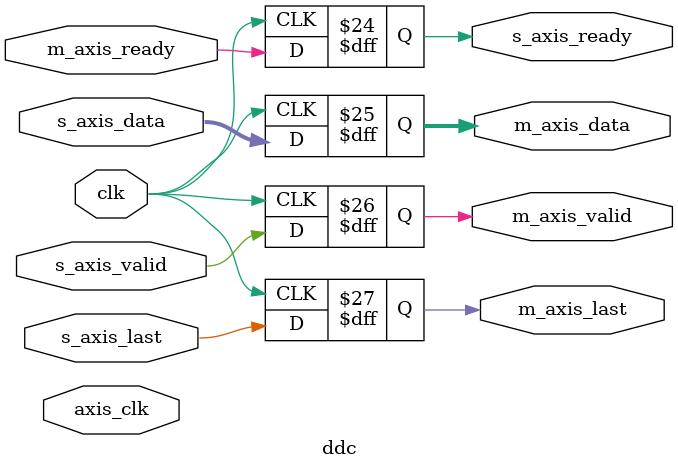
<source format=v>
`timescale 1ns / 1ps


module ddc(
    input wire clk,
    input wire axis_clk,
    
    // AXIS SLAVE INTERFACE
    input  wire [23:0] s_axis_data,
    input  wire s_axis_valid,
    output reg  s_axis_ready = 1'b1,
    input  wire s_axis_last,
    
    // AXIS MASTER INTERFACE
    output reg [23:0] m_axis_data = 1'b0,
    output reg m_axis_valid = 1'b0,
    input  wire m_axis_ready,
    output reg m_axis_last = 1'b0
);    

    reg [47:0] dds_out_data = 0;
    wire[47:0] dds_out;
    
    dds_compiler_0 dds(
        .aclk(axis_clk),
        .m_axis_data_tdata(dds_out)
    );      
    always @(posedge axis_clk)
    begin
        if (axis_tx_ready)
        begin
            if (axis_tx_last) begin
                axis_tx_last <= 0;
                dds_out_data = dds_out;
            end else begin
                axis_tx_last <= 1;
            end
        end
    end 
    
    assign axis_tx_data = axis_tx_last ? dds_out_data[47:24] : dds_out_data[23:0];


    always @(posedge clk)
    begin
        m_axis_valid <= s_axis_valid;
        m_axis_data <= s_axis_data;
        s_axis_ready <= m_axis_ready;
        m_axis_last <= s_axis_last;
    end


endmodule

</source>
